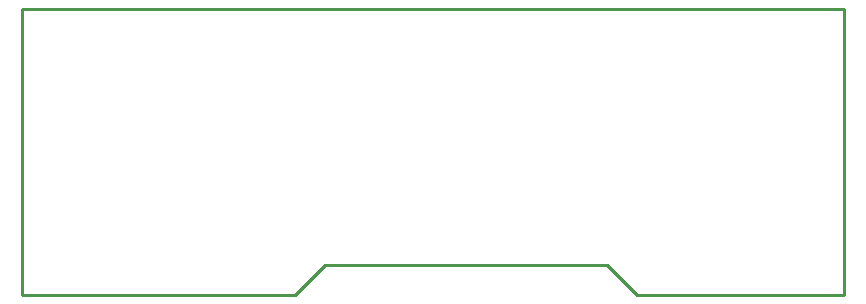
<source format=gko>
G04 Layer: BoardOutlineLayer*
G04 EasyEDA v6.5.42, 2024-05-11 13:27:09*
G04 10a3477ebbee43d283f0b8c4e56f7a31,b9277fd2045942759ab1a28cc0c323af,10*
G04 Gerber Generator version 0.2*
G04 Scale: 100 percent, Rotated: No, Reflected: No *
G04 Dimensions in millimeters *
G04 leading zeros omitted , absolute positions ,4 integer and 5 decimal *
%FSLAX45Y45*%
%MOMM*%

%ADD10C,0.2540*%
D10*
X990600Y7505700D02*
G01*
X7950200Y7505700D01*
X7950200Y5080000D01*
X6197600Y5080000D01*
X5943600Y5334000D01*
X3556000Y5334000D01*
X3302000Y5080000D01*
X990600Y5080000D01*
X990600Y7505700D01*

%LPD*%
M02*

</source>
